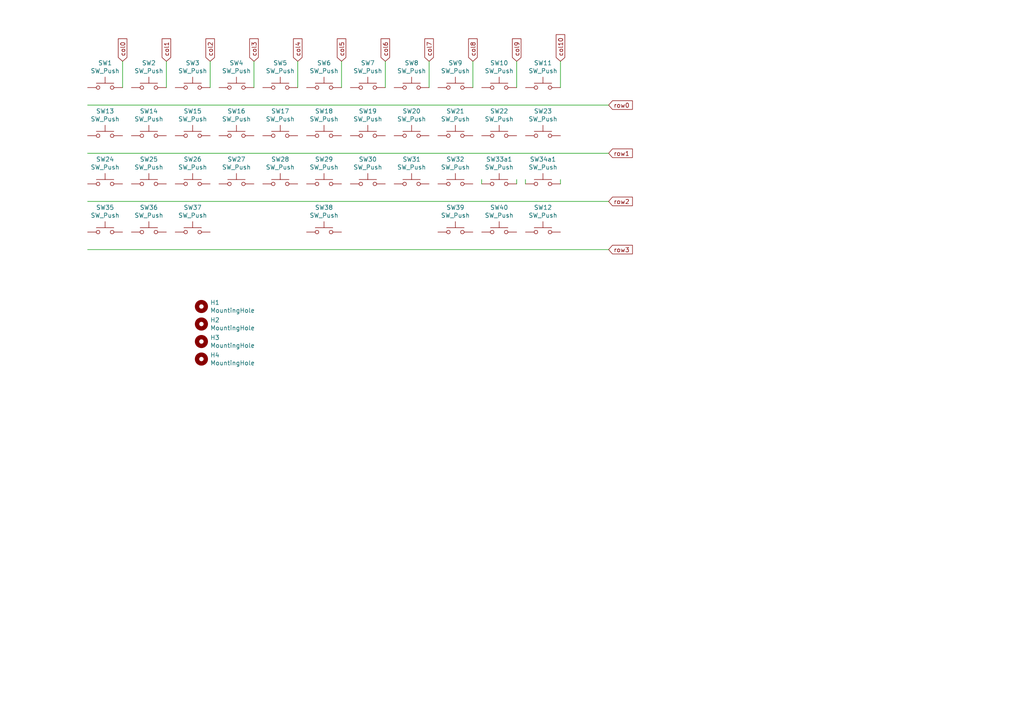
<source format=kicad_sch>
(kicad_sch (version 20210126) (generator eeschema)
  (paper "A4")
  (lib_symbols
    (symbol "Mechanical:MountingHole" (pin_names (offset 1.016))
      (property "Reference" "H" (at 0 5.08 0))
      (property "Value" "MountingHole" (at 0 3.175 0))
      (symbol "MountingHole_0_1"
        (circle (center 0 0) (radius 1.27) (stroke (width 1.27)))
      )
    )
    (symbol "Switch:SW_Push" (pin_numbers hide) (pin_names (offset 1.016) hide)
      (property "Reference" "SW" (at 1.27 2.54 0))
      (property "Value" "SW_Push" (at 0 -1.524 0))
      (symbol "SW_Push_0_1"
        (circle (center -2.032 0) (radius 0.508))
        (circle (center 2.032 0) (radius 0.508))
        (polyline (pts (xy 0 1.27) (xy 0 3.048)))
        (polyline (pts (xy 2.54 1.27) (xy -2.54 1.27)))
        (pin passive line (at -5.08 0 0) (length 2.54) (name "1") (number "1"))
        (pin passive line (at 5.08 0 180) (length 2.54) (name "2") (number "2"))
      )
    )
  )
  (wire (pts (xy 25.4 30.48) (xy 176.53 30.48)))
  (wire (pts (xy 25.4 44.45) (xy 176.53 44.45)))
  (wire (pts (xy 25.4 58.42) (xy 176.53 58.42)))
  (wire (pts (xy 25.4 72.39) (xy 176.53 72.39)))
  (wire (pts (xy 35.56 17.78) (xy 35.56 25.4)))
  (wire (pts (xy 48.26 17.78) (xy 48.26 25.4)))
  (wire (pts (xy 60.96 17.78) (xy 60.96 25.4)))
  (wire (pts (xy 73.66 17.78) (xy 73.66 25.4)))
  (wire (pts (xy 86.36 17.78) (xy 86.36 25.4)))
  (wire (pts (xy 99.06 17.78) (xy 99.06 25.4)))
  (wire (pts (xy 111.76 17.78) (xy 111.76 25.4)))
  (wire (pts (xy 124.46 17.78) (xy 124.46 25.4)))
  (wire (pts (xy 137.16 17.78) (xy 137.16 25.4)))
  (wire (pts (xy 139.7 52.07) (xy 139.7 53.34)))
  (wire (pts (xy 149.86 17.78) (xy 149.86 25.4)))
  (wire (pts (xy 149.86 52.07) (xy 149.86 53.34)))
  (wire (pts (xy 152.4 52.07) (xy 152.4 53.34)))
  (wire (pts (xy 162.56 17.78) (xy 162.56 25.4)))
  (wire (pts (xy 162.56 52.07) (xy 162.56 53.34)))
  (global_label "col0" (shape input) (at 35.56 17.78 90) (property "Intersheet References" "${INTERSHEET_REFS}" (effects hide)))
  (global_label "col1" (shape input) (at 48.26 17.78 90) (property "Intersheet References" "${INTERSHEET_REFS}" (effects hide)))
  (global_label "col2" (shape input) (at 60.96 17.78 90) (property "Intersheet References" "${INTERSHEET_REFS}" (effects hide)))
  (global_label "col3" (shape input) (at 73.66 17.78 90) (property "Intersheet References" "${INTERSHEET_REFS}" (effects hide)))
  (global_label "col4" (shape input) (at 86.36 17.78 90) (property "Intersheet References" "${INTERSHEET_REFS}" (effects hide)))
  (global_label "col5" (shape input) (at 99.06 17.78 90) (property "Intersheet References" "${INTERSHEET_REFS}" (effects hide)))
  (global_label "col6" (shape input) (at 111.76 17.78 90) (property "Intersheet References" "${INTERSHEET_REFS}" (effects hide)))
  (global_label "col7" (shape input) (at 124.46 17.78 90) (property "Intersheet References" "${INTERSHEET_REFS}" (effects hide)))
  (global_label "col8" (shape input) (at 137.16 17.78 90) (property "Intersheet References" "${INTERSHEET_REFS}" (effects hide)))
  (global_label "col9" (shape input) (at 149.86 17.78 90) (property "Intersheet References" "${INTERSHEET_REFS}" (effects hide)))
  (global_label "col10" (shape input) (at 162.56 17.78 90) (property "Intersheet References" "${INTERSHEET_REFS}" (effects hide)))
  (global_label "row0" (shape input) (at 176.53 30.48 0) (property "Intersheet References" "${INTERSHEET_REFS}" (effects hide)))
  (global_label "row1" (shape input) (at 176.53 44.45 0) (property "Intersheet References" "${INTERSHEET_REFS}" (effects hide)))
  (global_label "row2" (shape input) (at 176.53 58.42 0) (property "Intersheet References" "${INTERSHEET_REFS}" (effects hide)))
  (global_label "row3" (shape input) (at 176.53 72.39 0) (property "Intersheet References" "${INTERSHEET_REFS}" (effects hide)))
  (symbol (lib_id "Mechanical:MountingHole") (at 58.42 88.9 0) (unit 1)
    (property "Reference" "H1" (at 60.9601 87.7506 0) (effects (justify left)))
    (property "Value" "MountingHole" (at 60.9601 90.0493 0) (effects (justify left)))
    (property "Footprint" "MountingHole:MountingHole_2.2mm_M2" (effects hide))
  )
  (symbol (lib_id "Mechanical:MountingHole") (at 58.42 93.98 0) (unit 1)
    (property "Reference" "H2" (at 60.9601 92.8306 0) (effects (justify left)))
    (property "Value" "MountingHole" (at 60.9601 95.1293 0) (effects (justify left)))
    (property "Footprint" "MountingHole:MountingHole_2.2mm_M2" (effects hide))
  )
  (symbol (lib_id "Mechanical:MountingHole") (at 58.42 99.06 0) (unit 1)
    (property "Reference" "H3" (at 60.9601 97.9106 0) (effects (justify left)))
    (property "Value" "MountingHole" (at 60.9601 100.2093 0) (effects (justify left)))
    (property "Footprint" "MountingHole:MountingHole_2.2mm_M2" (effects hide))
  )
  (symbol (lib_id "Mechanical:MountingHole") (at 58.42 104.14 0) (unit 1)
    (property "Reference" "H4" (at 60.9601 102.9906 0) (effects (justify left)))
    (property "Value" "MountingHole" (at 60.9601 105.2893 0) (effects (justify left)))
    (property "Footprint" "MountingHole:MountingHole_2.2mm_M2" (effects hide))
  )
  (symbol (lib_id "Switch:SW_Push") (at 30.48 25.4 0) (unit 1)
    (property "Reference" "SW1" (at 30.48 18.2688 0))
    (property "Value" "SW_Push" (at 30.48 20.5675 0))
    (property "Footprint" "mbk:Choc-1u-cutout" (effects hide))
  )
  (symbol (lib_id "Switch:SW_Push") (at 30.48 39.37 0) (unit 1)
    (property "Reference" "SW13" (at 30.48 32.2388 0))
    (property "Value" "SW_Push" (at 30.48 34.5375 0))
    (property "Footprint" "mbk:Choc-1u-cutout" (effects hide))
  )
  (symbol (lib_id "Switch:SW_Push") (at 30.48 53.34 0) (unit 1)
    (property "Reference" "SW24" (at 30.48 46.2088 0))
    (property "Value" "SW_Push" (at 30.48 48.5075 0))
    (property "Footprint" "mbk:Choc-1u-cutout" (effects hide))
  )
  (symbol (lib_id "Switch:SW_Push") (at 30.48 67.31 0) (unit 1)
    (property "Reference" "SW35" (at 30.48 60.1788 0))
    (property "Value" "SW_Push" (at 30.48 62.4775 0))
    (property "Footprint" "mbk:Choc-1u-cutout" (effects hide))
  )
  (symbol (lib_id "Switch:SW_Push") (at 43.18 25.4 0) (unit 1)
    (property "Reference" "SW2" (at 43.18 18.2688 0))
    (property "Value" "SW_Push" (at 43.18 20.5675 0))
    (property "Footprint" "mbk:Choc-1u-cutout" (effects hide))
  )
  (symbol (lib_id "Switch:SW_Push") (at 43.18 39.37 0) (unit 1)
    (property "Reference" "SW14" (at 43.18 32.2388 0))
    (property "Value" "SW_Push" (at 43.18 34.5375 0))
    (property "Footprint" "mbk:Choc-1u-cutout" (effects hide))
  )
  (symbol (lib_id "Switch:SW_Push") (at 43.18 53.34 0) (unit 1)
    (property "Reference" "SW25" (at 43.18 46.2088 0))
    (property "Value" "SW_Push" (at 43.18 48.5075 0))
    (property "Footprint" "mbk:Choc-1u-cutout" (effects hide))
  )
  (symbol (lib_id "Switch:SW_Push") (at 43.18 67.31 0) (unit 1)
    (property "Reference" "SW36" (at 43.18 60.1788 0))
    (property "Value" "SW_Push" (at 43.18 62.4775 0))
    (property "Footprint" "mbk:Choc-1u-cutout" (effects hide))
  )
  (symbol (lib_id "Switch:SW_Push") (at 55.88 25.4 0) (unit 1)
    (property "Reference" "SW3" (at 55.88 18.2688 0))
    (property "Value" "SW_Push" (at 55.88 20.5675 0))
    (property "Footprint" "mbk:Choc-1u-cutout" (effects hide))
  )
  (symbol (lib_id "Switch:SW_Push") (at 55.88 39.37 0) (unit 1)
    (property "Reference" "SW15" (at 55.88 32.2388 0))
    (property "Value" "SW_Push" (at 55.88 34.5375 0))
    (property "Footprint" "mbk:Choc-1u-cutout" (effects hide))
  )
  (symbol (lib_id "Switch:SW_Push") (at 55.88 53.34 0) (unit 1)
    (property "Reference" "SW26" (at 55.88 46.2088 0))
    (property "Value" "SW_Push" (at 55.88 48.5075 0))
    (property "Footprint" "mbk:Choc-1u-cutout" (effects hide))
  )
  (symbol (lib_id "Switch:SW_Push") (at 55.88 67.31 0) (unit 1)
    (property "Reference" "SW37" (at 55.88 60.1788 0))
    (property "Value" "SW_Push" (at 55.88 62.4775 0))
    (property "Footprint" "mbk:Choc-1u-cutout" (effects hide))
  )
  (symbol (lib_id "Switch:SW_Push") (at 68.58 25.4 0) (unit 1)
    (property "Reference" "SW4" (at 68.58 18.2688 0))
    (property "Value" "SW_Push" (at 68.58 20.5675 0))
    (property "Footprint" "mbk:Choc-1u-cutout" (effects hide))
  )
  (symbol (lib_id "Switch:SW_Push") (at 68.58 39.37 0) (unit 1)
    (property "Reference" "SW16" (at 68.58 32.2388 0))
    (property "Value" "SW_Push" (at 68.58 34.5375 0))
    (property "Footprint" "mbk:Choc-1u-cutout" (effects hide))
  )
  (symbol (lib_id "Switch:SW_Push") (at 68.58 53.34 0) (unit 1)
    (property "Reference" "SW27" (at 68.58 46.2088 0))
    (property "Value" "SW_Push" (at 68.58 48.5075 0))
    (property "Footprint" "mbk:Choc-1u-cutout" (effects hide))
  )
  (symbol (lib_id "Switch:SW_Push") (at 81.28 25.4 0) (unit 1)
    (property "Reference" "SW5" (at 81.28 18.2688 0))
    (property "Value" "SW_Push" (at 81.28 20.5675 0))
    (property "Footprint" "mbk:Choc-1u-cutout" (effects hide))
  )
  (symbol (lib_id "Switch:SW_Push") (at 81.28 39.37 0) (unit 1)
    (property "Reference" "SW17" (at 81.28 32.2388 0))
    (property "Value" "SW_Push" (at 81.28 34.5375 0))
    (property "Footprint" "mbk:Choc-1u-cutout" (effects hide))
  )
  (symbol (lib_id "Switch:SW_Push") (at 81.28 53.34 0) (unit 1)
    (property "Reference" "SW28" (at 81.28 46.2088 0))
    (property "Value" "SW_Push" (at 81.28 48.5075 0))
    (property "Footprint" "mbk:Choc-1u-cutout" (effects hide))
  )
  (symbol (lib_id "Switch:SW_Push") (at 93.98 25.4 0) (unit 1)
    (property "Reference" "SW6" (at 93.98 18.2688 0))
    (property "Value" "SW_Push" (at 93.98 20.5675 0))
    (property "Footprint" "mbk:Choc-1u-cutout" (effects hide))
  )
  (symbol (lib_id "Switch:SW_Push") (at 93.98 39.37 0) (unit 1)
    (property "Reference" "SW18" (at 93.98 32.2388 0))
    (property "Value" "SW_Push" (at 93.98 34.5375 0))
    (property "Footprint" "mbk:Choc-1u-cutout" (effects hide))
  )
  (symbol (lib_id "Switch:SW_Push") (at 93.98 53.34 0) (unit 1)
    (property "Reference" "SW29" (at 93.98 46.2088 0))
    (property "Value" "SW_Push" (at 93.98 48.5075 0))
    (property "Footprint" "mbk:Choc-1u-cutout" (effects hide))
  )
  (symbol (lib_id "Switch:SW_Push") (at 93.98 67.31 0) (unit 1)
    (property "Reference" "SW38" (at 93.98 60.1788 0))
    (property "Value" "SW_Push" (at 93.98 62.4775 0))
    (property "Footprint" "mbk:Choc-6.25u-cutout" (effects hide))
  )
  (symbol (lib_id "Switch:SW_Push") (at 106.68 25.4 0) (unit 1)
    (property "Reference" "SW7" (at 106.68 18.2688 0))
    (property "Value" "SW_Push" (at 106.68 20.5675 0))
    (property "Footprint" "mbk:Choc-1u-cutout" (effects hide))
  )
  (symbol (lib_id "Switch:SW_Push") (at 106.68 39.37 0) (unit 1)
    (property "Reference" "SW19" (at 106.68 32.2388 0))
    (property "Value" "SW_Push" (at 106.68 34.5375 0))
    (property "Footprint" "mbk:Choc-1u-cutout" (effects hide))
  )
  (symbol (lib_id "Switch:SW_Push") (at 106.68 53.34 0) (unit 1)
    (property "Reference" "SW30" (at 106.68 46.2088 0))
    (property "Value" "SW_Push" (at 106.68 48.5075 0))
    (property "Footprint" "mbk:Choc-1u-cutout" (effects hide))
  )
  (symbol (lib_id "Switch:SW_Push") (at 119.38 25.4 0) (unit 1)
    (property "Reference" "SW8" (at 119.38 18.2688 0))
    (property "Value" "SW_Push" (at 119.38 20.5675 0))
    (property "Footprint" "mbk:Choc-1u-cutout" (effects hide))
  )
  (symbol (lib_id "Switch:SW_Push") (at 119.38 39.37 0) (unit 1)
    (property "Reference" "SW20" (at 119.38 32.2388 0))
    (property "Value" "SW_Push" (at 119.38 34.5375 0))
    (property "Footprint" "mbk:Choc-1u-cutout" (effects hide))
  )
  (symbol (lib_id "Switch:SW_Push") (at 119.38 53.34 0) (unit 1)
    (property "Reference" "SW31" (at 119.38 46.2088 0))
    (property "Value" "SW_Push" (at 119.38 48.5075 0))
    (property "Footprint" "mbk:Choc-1u-cutout" (effects hide))
  )
  (symbol (lib_id "Switch:SW_Push") (at 132.08 25.4 0) (unit 1)
    (property "Reference" "SW9" (at 132.08 18.2688 0))
    (property "Value" "SW_Push" (at 132.08 20.5675 0))
    (property "Footprint" "mbk:Choc-1u-cutout" (effects hide))
  )
  (symbol (lib_id "Switch:SW_Push") (at 132.08 39.37 0) (unit 1)
    (property "Reference" "SW21" (at 132.08 32.2388 0))
    (property "Value" "SW_Push" (at 132.08 34.5375 0))
    (property "Footprint" "mbk:Choc-1u-cutout" (effects hide))
  )
  (symbol (lib_id "Switch:SW_Push") (at 132.08 53.34 0) (unit 1)
    (property "Reference" "SW32" (at 132.08 46.2088 0))
    (property "Value" "SW_Push" (at 132.08 48.5075 0))
    (property "Footprint" "mbk:Choc-1u-cutout" (effects hide))
  )
  (symbol (lib_id "Switch:SW_Push") (at 132.08 67.31 0) (unit 1)
    (property "Reference" "SW39" (at 132.08 60.1788 0))
    (property "Value" "SW_Push" (at 132.08 62.4775 0))
    (property "Footprint" "mbk:Choc-1u-cutout" (effects hide))
  )
  (symbol (lib_id "Switch:SW_Push") (at 144.78 25.4 0) (unit 1)
    (property "Reference" "SW10" (at 144.78 18.2688 0))
    (property "Value" "SW_Push" (at 144.78 20.5675 0))
    (property "Footprint" "mbk:Choc-1u-cutout" (effects hide))
  )
  (symbol (lib_id "Switch:SW_Push") (at 144.78 39.37 0) (unit 1)
    (property "Reference" "SW22" (at 144.78 32.2388 0))
    (property "Value" "SW_Push" (at 144.78 34.5375 0))
    (property "Footprint" "mbk:Choc-1u-cutout" (effects hide))
  )
  (symbol (lib_id "Switch:SW_Push") (at 144.78 53.34 0) (unit 1)
    (property "Reference" "SW33a1" (at 144.78 46.2088 0))
    (property "Value" "SW_Push" (at 144.78 48.5075 0))
    (property "Footprint" "mbk:Choc-1u-cutout" (effects hide))
  )
  (symbol (lib_id "Switch:SW_Push") (at 144.78 67.31 0) (unit 1)
    (property "Reference" "SW40" (at 144.78 60.1788 0))
    (property "Value" "SW_Push" (at 144.78 62.4775 0))
    (property "Footprint" "mbk:Choc-1u-cutout" (effects hide))
  )
  (symbol (lib_id "Switch:SW_Push") (at 157.48 25.4 0) (unit 1)
    (property "Reference" "SW11" (at 157.48 18.2688 0))
    (property "Value" "SW_Push" (at 157.48 20.5675 0))
    (property "Footprint" "mbk:Choc-1u-cutout" (effects hide))
  )
  (symbol (lib_id "Switch:SW_Push") (at 157.48 39.37 0) (unit 1)
    (property "Reference" "SW23" (at 157.48 32.2388 0))
    (property "Value" "SW_Push" (at 157.48 34.5375 0))
    (property "Footprint" "mbk:Choc-1u-cutout" (effects hide))
  )
  (symbol (lib_id "Switch:SW_Push") (at 157.48 53.34 0) (unit 1)
    (property "Reference" "SW34a1" (at 157.48 46.2088 0))
    (property "Value" "SW_Push" (at 157.48 48.5075 0))
    (property "Footprint" "mbk:Choc-1u-cutout" (effects hide))
  )
  (symbol (lib_id "Switch:SW_Push") (at 157.48 67.31 0) (unit 1)
    (property "Reference" "SW12" (at 157.48 60.1788 0))
    (property "Value" "SW_Push" (at 157.48 62.4775 0))
    (property "Footprint" "mbk:Choc-1u-cutout" (effects hide))
  )
)
</source>
